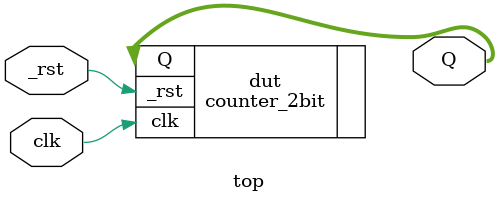
<source format=sv>
module top(
	input logic clk, _rst,
	output logic [7:0] Q
);

// Создаем экземпляр тестируемого модуля
counter_2bit dut(
    .clk(clk),
    ._rst(_rst),
    .Q(Q)
);

endmodule

</source>
